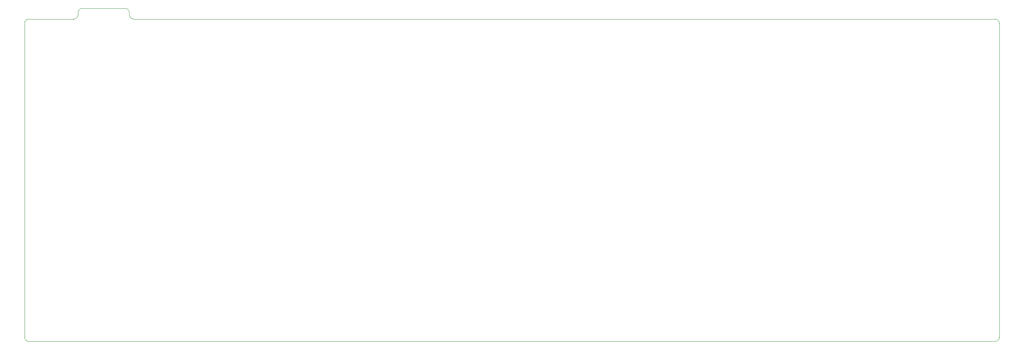
<source format=gbr>
%TF.GenerationSoftware,KiCad,Pcbnew,(6.0.1)*%
%TF.CreationDate,2022-03-03T09:55:52+01:00*%
%TF.ProjectId,bm42,626d3432-2e6b-4696-9361-645f70636258,rev?*%
%TF.SameCoordinates,Original*%
%TF.FileFunction,Profile,NP*%
%FSLAX46Y46*%
G04 Gerber Fmt 4.6, Leading zero omitted, Abs format (unit mm)*
G04 Created by KiCad (PCBNEW (6.0.1)) date 2022-03-03 09:55:52*
%MOMM*%
%LPD*%
G01*
G04 APERTURE LIST*
%TA.AperFunction,Profile*%
%ADD10C,0.100000*%
%TD*%
G04 APERTURE END LIST*
D10*
X46153000Y-59150606D02*
X46153000Y-59652001D01*
X45153000Y-60652001D02*
X34653000Y-60652001D01*
X57153000Y-58150606D02*
X47153000Y-58150606D01*
X260653000Y-60652001D02*
X59153000Y-60652001D01*
X261653000Y-135152001D02*
X261653000Y-61652001D01*
X260653000Y-136152001D02*
G75*
G03*
X261653000Y-135152001I1J999999D01*
G01*
X33653000Y-61652001D02*
X33653000Y-135152001D01*
X45153000Y-60652001D02*
G75*
G03*
X46153000Y-59652001I1J999999D01*
G01*
X58153000Y-59652001D02*
G75*
G03*
X59153000Y-60652001I999999J-1D01*
G01*
X34653000Y-60652001D02*
G75*
G03*
X33653000Y-61652001I-1J-999999D01*
G01*
X58153000Y-59652001D02*
X58153000Y-59150606D01*
X261653000Y-61652001D02*
G75*
G03*
X260653000Y-60652001I-999999J1D01*
G01*
X47153000Y-58150606D02*
G75*
G03*
X46153000Y-59150606I3J-1000003D01*
G01*
X33653000Y-135152001D02*
G75*
G03*
X34653000Y-136152001I999999J-1D01*
G01*
X58153000Y-59150606D02*
G75*
G03*
X57153000Y-58150606I-1000003J-3D01*
G01*
X34653000Y-136152001D02*
X260653000Y-136152001D01*
M02*

</source>
